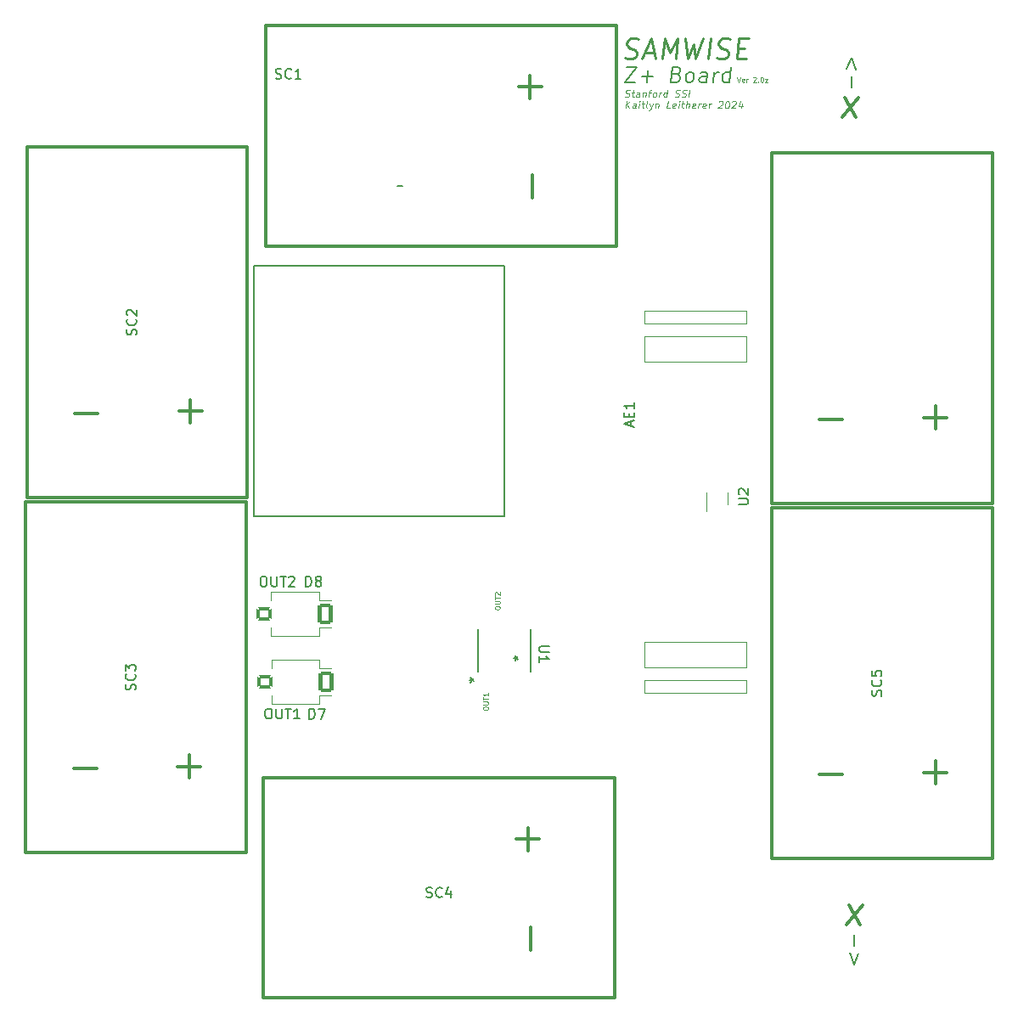
<source format=gto>
%TF.GenerationSoftware,KiCad,Pcbnew,7.0.10*%
%TF.CreationDate,2024-05-04T16:42:37-07:00*%
%TF.ProjectId,Z_Panels,5a5f5061-6e65-46c7-932e-6b696361645f,rev?*%
%TF.SameCoordinates,Original*%
%TF.FileFunction,Legend,Top*%
%TF.FilePolarity,Positive*%
%FSLAX46Y46*%
G04 Gerber Fmt 4.6, Leading zero omitted, Abs format (unit mm)*
G04 Created by KiCad (PCBNEW 7.0.10) date 2024-05-04 16:42:37*
%MOMM*%
%LPD*%
G01*
G04 APERTURE LIST*
G04 Aperture macros list*
%AMRoundRect*
0 Rectangle with rounded corners*
0 $1 Rounding radius*
0 $2 $3 $4 $5 $6 $7 $8 $9 X,Y pos of 4 corners*
0 Add a 4 corners polygon primitive as box body*
4,1,4,$2,$3,$4,$5,$6,$7,$8,$9,$2,$3,0*
0 Add four circle primitives for the rounded corners*
1,1,$1+$1,$2,$3*
1,1,$1+$1,$4,$5*
1,1,$1+$1,$6,$7*
1,1,$1+$1,$8,$9*
0 Add four rect primitives between the rounded corners*
20,1,$1+$1,$2,$3,$4,$5,0*
20,1,$1+$1,$4,$5,$6,$7,0*
20,1,$1+$1,$6,$7,$8,$9,0*
20,1,$1+$1,$8,$9,$2,$3,0*%
%AMFreePoly0*
4,1,5,2.000000,-5.500000,-2.000000,-5.500000,-2.000000,5.500000,2.000000,5.500000,2.000000,-5.500000,2.000000,-5.500000,$1*%
G04 Aperture macros list end*
%ADD10C,0.150000*%
%ADD11C,0.200000*%
%ADD12C,0.300000*%
%ADD13C,0.075000*%
%ADD14C,0.100000*%
%ADD15C,0.250000*%
%ADD16C,0.120000*%
%ADD17C,0.152400*%
%ADD18FreePoly0,90.000000*%
%ADD19R,11.000000X4.000000*%
%ADD20R,1.000000X4.000000*%
%ADD21C,3.000000*%
%ADD22C,2.600000*%
%ADD23C,3.800000*%
%ADD24R,0.533400X1.460500*%
%ADD25RoundRect,0.187500X-0.562500X-0.862500X0.562500X-0.862500X0.562500X0.862500X-0.562500X0.862500X0*%
%ADD26RoundRect,0.162500X-0.587500X-0.487500X0.587500X-0.487500X0.587500X0.487500X-0.587500X0.487500X0*%
%ADD27RoundRect,0.175000X-0.525000X-0.825000X0.525000X-0.825000X0.525000X0.825000X-0.525000X0.825000X0*%
%ADD28RoundRect,0.150000X-0.550000X-0.450000X0.550000X-0.450000X0.550000X0.450000X-0.550000X0.450000X0*%
%ADD29R,0.350000X1.000000*%
%ADD30C,2.050000*%
%ADD31C,2.250000*%
G04 APERTURE END LIST*
D10*
X171746000Y-56000000D02*
X172000000Y-56000000D01*
X171746000Y-56000000D02*
X171492000Y-56000000D01*
X157124013Y-63956531D02*
X182124013Y-63956531D01*
X182124013Y-88956531D01*
X157124013Y-88956531D01*
X157124013Y-63956531D01*
D11*
X216712100Y-46237500D02*
X216712100Y-45094643D01*
X216283528Y-44326785D02*
X216712100Y-43237500D01*
X216712100Y-43237500D02*
X217140671Y-44433928D01*
X216987900Y-130662499D02*
X216987900Y-131805357D01*
X217416471Y-132573214D02*
X216987900Y-133662500D01*
X216987900Y-133662500D02*
X216559328Y-132466071D01*
D12*
X216096428Y-47184638D02*
X217179761Y-49184638D01*
X217429761Y-47184638D02*
X215846428Y-49184638D01*
D13*
X181177409Y-98113095D02*
X181177409Y-98017857D01*
X181177409Y-98017857D02*
X181201219Y-97970238D01*
X181201219Y-97970238D02*
X181248838Y-97922619D01*
X181248838Y-97922619D02*
X181344076Y-97898809D01*
X181344076Y-97898809D02*
X181510742Y-97898809D01*
X181510742Y-97898809D02*
X181605980Y-97922619D01*
X181605980Y-97922619D02*
X181653600Y-97970238D01*
X181653600Y-97970238D02*
X181677409Y-98017857D01*
X181677409Y-98017857D02*
X181677409Y-98113095D01*
X181677409Y-98113095D02*
X181653600Y-98160714D01*
X181653600Y-98160714D02*
X181605980Y-98208333D01*
X181605980Y-98208333D02*
X181510742Y-98232142D01*
X181510742Y-98232142D02*
X181344076Y-98232142D01*
X181344076Y-98232142D02*
X181248838Y-98208333D01*
X181248838Y-98208333D02*
X181201219Y-98160714D01*
X181201219Y-98160714D02*
X181177409Y-98113095D01*
X181177409Y-97684523D02*
X181582171Y-97684523D01*
X181582171Y-97684523D02*
X181629790Y-97660713D01*
X181629790Y-97660713D02*
X181653600Y-97636904D01*
X181653600Y-97636904D02*
X181677409Y-97589285D01*
X181677409Y-97589285D02*
X181677409Y-97494047D01*
X181677409Y-97494047D02*
X181653600Y-97446428D01*
X181653600Y-97446428D02*
X181629790Y-97422618D01*
X181629790Y-97422618D02*
X181582171Y-97398809D01*
X181582171Y-97398809D02*
X181177409Y-97398809D01*
X181177409Y-97232141D02*
X181177409Y-96946427D01*
X181677409Y-97089284D02*
X181177409Y-97089284D01*
X181225028Y-96803570D02*
X181201219Y-96779761D01*
X181201219Y-96779761D02*
X181177409Y-96732142D01*
X181177409Y-96732142D02*
X181177409Y-96613094D01*
X181177409Y-96613094D02*
X181201219Y-96565475D01*
X181201219Y-96565475D02*
X181225028Y-96541666D01*
X181225028Y-96541666D02*
X181272647Y-96517856D01*
X181272647Y-96517856D02*
X181320266Y-96517856D01*
X181320266Y-96517856D02*
X181391695Y-96541666D01*
X181391695Y-96541666D02*
X181677409Y-96827380D01*
X181677409Y-96827380D02*
X181677409Y-96517856D01*
D14*
X194174122Y-47096800D02*
X194269955Y-47130133D01*
X194269955Y-47130133D02*
X194436622Y-47130133D01*
X194436622Y-47130133D02*
X194507455Y-47096800D01*
X194507455Y-47096800D02*
X194544955Y-47063466D01*
X194544955Y-47063466D02*
X194586622Y-46996800D01*
X194586622Y-46996800D02*
X194594955Y-46930133D01*
X194594955Y-46930133D02*
X194569955Y-46863466D01*
X194569955Y-46863466D02*
X194540789Y-46830133D01*
X194540789Y-46830133D02*
X194478289Y-46796800D01*
X194478289Y-46796800D02*
X194349122Y-46763466D01*
X194349122Y-46763466D02*
X194286622Y-46730133D01*
X194286622Y-46730133D02*
X194257455Y-46696800D01*
X194257455Y-46696800D02*
X194232455Y-46630133D01*
X194232455Y-46630133D02*
X194240789Y-46563466D01*
X194240789Y-46563466D02*
X194282455Y-46496800D01*
X194282455Y-46496800D02*
X194319955Y-46463466D01*
X194319955Y-46463466D02*
X194390789Y-46430133D01*
X194390789Y-46430133D02*
X194557455Y-46430133D01*
X194557455Y-46430133D02*
X194653289Y-46463466D01*
X194828289Y-46663466D02*
X195094956Y-46663466D01*
X194957456Y-46430133D02*
X194882456Y-47030133D01*
X194882456Y-47030133D02*
X194907456Y-47096800D01*
X194907456Y-47096800D02*
X194969956Y-47130133D01*
X194969956Y-47130133D02*
X195036622Y-47130133D01*
X195569956Y-47130133D02*
X195615789Y-46763466D01*
X195615789Y-46763466D02*
X195590789Y-46696800D01*
X195590789Y-46696800D02*
X195528289Y-46663466D01*
X195528289Y-46663466D02*
X195394956Y-46663466D01*
X195394956Y-46663466D02*
X195324122Y-46696800D01*
X195574122Y-47096800D02*
X195503289Y-47130133D01*
X195503289Y-47130133D02*
X195336622Y-47130133D01*
X195336622Y-47130133D02*
X195274122Y-47096800D01*
X195274122Y-47096800D02*
X195249122Y-47030133D01*
X195249122Y-47030133D02*
X195257456Y-46963466D01*
X195257456Y-46963466D02*
X195299122Y-46896800D01*
X195299122Y-46896800D02*
X195369956Y-46863466D01*
X195369956Y-46863466D02*
X195536622Y-46863466D01*
X195536622Y-46863466D02*
X195607456Y-46830133D01*
X195961622Y-46663466D02*
X195903289Y-47130133D01*
X195953289Y-46730133D02*
X195990789Y-46696800D01*
X195990789Y-46696800D02*
X196061622Y-46663466D01*
X196061622Y-46663466D02*
X196161622Y-46663466D01*
X196161622Y-46663466D02*
X196224122Y-46696800D01*
X196224122Y-46696800D02*
X196249122Y-46763466D01*
X196249122Y-46763466D02*
X196203289Y-47130133D01*
X196494955Y-46663466D02*
X196761622Y-46663466D01*
X196536622Y-47130133D02*
X196611622Y-46530133D01*
X196611622Y-46530133D02*
X196653288Y-46463466D01*
X196653288Y-46463466D02*
X196724122Y-46430133D01*
X196724122Y-46430133D02*
X196790788Y-46430133D01*
X197036622Y-47130133D02*
X196974122Y-47096800D01*
X196974122Y-47096800D02*
X196944955Y-47063466D01*
X196944955Y-47063466D02*
X196919955Y-46996800D01*
X196919955Y-46996800D02*
X196944955Y-46796800D01*
X196944955Y-46796800D02*
X196986622Y-46730133D01*
X196986622Y-46730133D02*
X197024122Y-46696800D01*
X197024122Y-46696800D02*
X197094955Y-46663466D01*
X197094955Y-46663466D02*
X197194955Y-46663466D01*
X197194955Y-46663466D02*
X197257455Y-46696800D01*
X197257455Y-46696800D02*
X197286622Y-46730133D01*
X197286622Y-46730133D02*
X197311622Y-46796800D01*
X197311622Y-46796800D02*
X197286622Y-46996800D01*
X197286622Y-46996800D02*
X197244955Y-47063466D01*
X197244955Y-47063466D02*
X197207455Y-47096800D01*
X197207455Y-47096800D02*
X197136622Y-47130133D01*
X197136622Y-47130133D02*
X197036622Y-47130133D01*
X197569955Y-47130133D02*
X197628288Y-46663466D01*
X197611621Y-46796800D02*
X197653288Y-46730133D01*
X197653288Y-46730133D02*
X197690788Y-46696800D01*
X197690788Y-46696800D02*
X197761621Y-46663466D01*
X197761621Y-46663466D02*
X197828288Y-46663466D01*
X198303288Y-47130133D02*
X198390788Y-46430133D01*
X198307454Y-47096800D02*
X198236621Y-47130133D01*
X198236621Y-47130133D02*
X198103288Y-47130133D01*
X198103288Y-47130133D02*
X198040788Y-47096800D01*
X198040788Y-47096800D02*
X198011621Y-47063466D01*
X198011621Y-47063466D02*
X197986621Y-46996800D01*
X197986621Y-46996800D02*
X198011621Y-46796800D01*
X198011621Y-46796800D02*
X198053288Y-46730133D01*
X198053288Y-46730133D02*
X198090788Y-46696800D01*
X198090788Y-46696800D02*
X198161621Y-46663466D01*
X198161621Y-46663466D02*
X198294954Y-46663466D01*
X198294954Y-46663466D02*
X198357454Y-46696800D01*
X199140787Y-47096800D02*
X199236620Y-47130133D01*
X199236620Y-47130133D02*
X199403287Y-47130133D01*
X199403287Y-47130133D02*
X199474120Y-47096800D01*
X199474120Y-47096800D02*
X199511620Y-47063466D01*
X199511620Y-47063466D02*
X199553287Y-46996800D01*
X199553287Y-46996800D02*
X199561620Y-46930133D01*
X199561620Y-46930133D02*
X199536620Y-46863466D01*
X199536620Y-46863466D02*
X199507454Y-46830133D01*
X199507454Y-46830133D02*
X199444954Y-46796800D01*
X199444954Y-46796800D02*
X199315787Y-46763466D01*
X199315787Y-46763466D02*
X199253287Y-46730133D01*
X199253287Y-46730133D02*
X199224120Y-46696800D01*
X199224120Y-46696800D02*
X199199120Y-46630133D01*
X199199120Y-46630133D02*
X199207454Y-46563466D01*
X199207454Y-46563466D02*
X199249120Y-46496800D01*
X199249120Y-46496800D02*
X199286620Y-46463466D01*
X199286620Y-46463466D02*
X199357454Y-46430133D01*
X199357454Y-46430133D02*
X199524120Y-46430133D01*
X199524120Y-46430133D02*
X199619954Y-46463466D01*
X199807454Y-47096800D02*
X199903287Y-47130133D01*
X199903287Y-47130133D02*
X200069954Y-47130133D01*
X200069954Y-47130133D02*
X200140787Y-47096800D01*
X200140787Y-47096800D02*
X200178287Y-47063466D01*
X200178287Y-47063466D02*
X200219954Y-46996800D01*
X200219954Y-46996800D02*
X200228287Y-46930133D01*
X200228287Y-46930133D02*
X200203287Y-46863466D01*
X200203287Y-46863466D02*
X200174121Y-46830133D01*
X200174121Y-46830133D02*
X200111621Y-46796800D01*
X200111621Y-46796800D02*
X199982454Y-46763466D01*
X199982454Y-46763466D02*
X199919954Y-46730133D01*
X199919954Y-46730133D02*
X199890787Y-46696800D01*
X199890787Y-46696800D02*
X199865787Y-46630133D01*
X199865787Y-46630133D02*
X199874121Y-46563466D01*
X199874121Y-46563466D02*
X199915787Y-46496800D01*
X199915787Y-46496800D02*
X199953287Y-46463466D01*
X199953287Y-46463466D02*
X200024121Y-46430133D01*
X200024121Y-46430133D02*
X200190787Y-46430133D01*
X200190787Y-46430133D02*
X200286621Y-46463466D01*
X200503288Y-47130133D02*
X200590788Y-46430133D01*
X194203289Y-48257133D02*
X194290789Y-47557133D01*
X194603289Y-48257133D02*
X194353289Y-47857133D01*
X194690789Y-47557133D02*
X194240789Y-47957133D01*
X195203289Y-48257133D02*
X195249122Y-47890466D01*
X195249122Y-47890466D02*
X195224122Y-47823800D01*
X195224122Y-47823800D02*
X195161622Y-47790466D01*
X195161622Y-47790466D02*
X195028289Y-47790466D01*
X195028289Y-47790466D02*
X194957455Y-47823800D01*
X195207455Y-48223800D02*
X195136622Y-48257133D01*
X195136622Y-48257133D02*
X194969955Y-48257133D01*
X194969955Y-48257133D02*
X194907455Y-48223800D01*
X194907455Y-48223800D02*
X194882455Y-48157133D01*
X194882455Y-48157133D02*
X194890789Y-48090466D01*
X194890789Y-48090466D02*
X194932455Y-48023800D01*
X194932455Y-48023800D02*
X195003289Y-47990466D01*
X195003289Y-47990466D02*
X195169955Y-47990466D01*
X195169955Y-47990466D02*
X195240789Y-47957133D01*
X195536622Y-48257133D02*
X195594955Y-47790466D01*
X195624122Y-47557133D02*
X195586622Y-47590466D01*
X195586622Y-47590466D02*
X195615788Y-47623800D01*
X195615788Y-47623800D02*
X195653288Y-47590466D01*
X195653288Y-47590466D02*
X195624122Y-47557133D01*
X195624122Y-47557133D02*
X195615788Y-47623800D01*
X195828288Y-47790466D02*
X196094955Y-47790466D01*
X195957455Y-47557133D02*
X195882455Y-48157133D01*
X195882455Y-48157133D02*
X195907455Y-48223800D01*
X195907455Y-48223800D02*
X195969955Y-48257133D01*
X195969955Y-48257133D02*
X196036621Y-48257133D01*
X196369955Y-48257133D02*
X196307455Y-48223800D01*
X196307455Y-48223800D02*
X196282455Y-48157133D01*
X196282455Y-48157133D02*
X196357455Y-47557133D01*
X196628288Y-47790466D02*
X196736622Y-48257133D01*
X196961622Y-47790466D02*
X196736622Y-48257133D01*
X196736622Y-48257133D02*
X196649122Y-48423800D01*
X196649122Y-48423800D02*
X196611622Y-48457133D01*
X196611622Y-48457133D02*
X196540788Y-48490466D01*
X197228288Y-47790466D02*
X197169955Y-48257133D01*
X197219955Y-47857133D02*
X197257455Y-47823800D01*
X197257455Y-47823800D02*
X197328288Y-47790466D01*
X197328288Y-47790466D02*
X197428288Y-47790466D01*
X197428288Y-47790466D02*
X197490788Y-47823800D01*
X197490788Y-47823800D02*
X197515788Y-47890466D01*
X197515788Y-47890466D02*
X197469955Y-48257133D01*
X198669954Y-48257133D02*
X198336621Y-48257133D01*
X198336621Y-48257133D02*
X198424121Y-47557133D01*
X199174121Y-48223800D02*
X199103288Y-48257133D01*
X199103288Y-48257133D02*
X198969954Y-48257133D01*
X198969954Y-48257133D02*
X198907454Y-48223800D01*
X198907454Y-48223800D02*
X198882454Y-48157133D01*
X198882454Y-48157133D02*
X198915788Y-47890466D01*
X198915788Y-47890466D02*
X198957454Y-47823800D01*
X198957454Y-47823800D02*
X199028288Y-47790466D01*
X199028288Y-47790466D02*
X199161621Y-47790466D01*
X199161621Y-47790466D02*
X199224121Y-47823800D01*
X199224121Y-47823800D02*
X199249121Y-47890466D01*
X199249121Y-47890466D02*
X199240788Y-47957133D01*
X199240788Y-47957133D02*
X198899121Y-48023800D01*
X199503288Y-48257133D02*
X199561621Y-47790466D01*
X199590788Y-47557133D02*
X199553288Y-47590466D01*
X199553288Y-47590466D02*
X199582454Y-47623800D01*
X199582454Y-47623800D02*
X199619954Y-47590466D01*
X199619954Y-47590466D02*
X199590788Y-47557133D01*
X199590788Y-47557133D02*
X199582454Y-47623800D01*
X199794954Y-47790466D02*
X200061621Y-47790466D01*
X199924121Y-47557133D02*
X199849121Y-48157133D01*
X199849121Y-48157133D02*
X199874121Y-48223800D01*
X199874121Y-48223800D02*
X199936621Y-48257133D01*
X199936621Y-48257133D02*
X200003287Y-48257133D01*
X200236621Y-48257133D02*
X200324121Y-47557133D01*
X200536621Y-48257133D02*
X200582454Y-47890466D01*
X200582454Y-47890466D02*
X200557454Y-47823800D01*
X200557454Y-47823800D02*
X200494954Y-47790466D01*
X200494954Y-47790466D02*
X200394954Y-47790466D01*
X200394954Y-47790466D02*
X200324121Y-47823800D01*
X200324121Y-47823800D02*
X200286621Y-47857133D01*
X201140787Y-48223800D02*
X201069954Y-48257133D01*
X201069954Y-48257133D02*
X200936620Y-48257133D01*
X200936620Y-48257133D02*
X200874120Y-48223800D01*
X200874120Y-48223800D02*
X200849120Y-48157133D01*
X200849120Y-48157133D02*
X200882454Y-47890466D01*
X200882454Y-47890466D02*
X200924120Y-47823800D01*
X200924120Y-47823800D02*
X200994954Y-47790466D01*
X200994954Y-47790466D02*
X201128287Y-47790466D01*
X201128287Y-47790466D02*
X201190787Y-47823800D01*
X201190787Y-47823800D02*
X201215787Y-47890466D01*
X201215787Y-47890466D02*
X201207454Y-47957133D01*
X201207454Y-47957133D02*
X200865787Y-48023800D01*
X201469954Y-48257133D02*
X201528287Y-47790466D01*
X201511620Y-47923800D02*
X201553287Y-47857133D01*
X201553287Y-47857133D02*
X201590787Y-47823800D01*
X201590787Y-47823800D02*
X201661620Y-47790466D01*
X201661620Y-47790466D02*
X201728287Y-47790466D01*
X202174120Y-48223800D02*
X202103287Y-48257133D01*
X202103287Y-48257133D02*
X201969953Y-48257133D01*
X201969953Y-48257133D02*
X201907453Y-48223800D01*
X201907453Y-48223800D02*
X201882453Y-48157133D01*
X201882453Y-48157133D02*
X201915787Y-47890466D01*
X201915787Y-47890466D02*
X201957453Y-47823800D01*
X201957453Y-47823800D02*
X202028287Y-47790466D01*
X202028287Y-47790466D02*
X202161620Y-47790466D01*
X202161620Y-47790466D02*
X202224120Y-47823800D01*
X202224120Y-47823800D02*
X202249120Y-47890466D01*
X202249120Y-47890466D02*
X202240787Y-47957133D01*
X202240787Y-47957133D02*
X201899120Y-48023800D01*
X202503287Y-48257133D02*
X202561620Y-47790466D01*
X202544953Y-47923800D02*
X202586620Y-47857133D01*
X202586620Y-47857133D02*
X202624120Y-47823800D01*
X202624120Y-47823800D02*
X202694953Y-47790466D01*
X202694953Y-47790466D02*
X202761620Y-47790466D01*
X203515786Y-47623800D02*
X203553286Y-47590466D01*
X203553286Y-47590466D02*
X203624119Y-47557133D01*
X203624119Y-47557133D02*
X203790786Y-47557133D01*
X203790786Y-47557133D02*
X203853286Y-47590466D01*
X203853286Y-47590466D02*
X203882453Y-47623800D01*
X203882453Y-47623800D02*
X203907453Y-47690466D01*
X203907453Y-47690466D02*
X203899119Y-47757133D01*
X203899119Y-47757133D02*
X203853286Y-47857133D01*
X203853286Y-47857133D02*
X203403286Y-48257133D01*
X203403286Y-48257133D02*
X203836619Y-48257133D01*
X204357453Y-47557133D02*
X204424120Y-47557133D01*
X204424120Y-47557133D02*
X204486620Y-47590466D01*
X204486620Y-47590466D02*
X204515786Y-47623800D01*
X204515786Y-47623800D02*
X204540786Y-47690466D01*
X204540786Y-47690466D02*
X204557453Y-47823800D01*
X204557453Y-47823800D02*
X204536620Y-47990466D01*
X204536620Y-47990466D02*
X204486620Y-48123800D01*
X204486620Y-48123800D02*
X204444953Y-48190466D01*
X204444953Y-48190466D02*
X204407453Y-48223800D01*
X204407453Y-48223800D02*
X204336620Y-48257133D01*
X204336620Y-48257133D02*
X204269953Y-48257133D01*
X204269953Y-48257133D02*
X204207453Y-48223800D01*
X204207453Y-48223800D02*
X204178286Y-48190466D01*
X204178286Y-48190466D02*
X204153286Y-48123800D01*
X204153286Y-48123800D02*
X204136620Y-47990466D01*
X204136620Y-47990466D02*
X204157453Y-47823800D01*
X204157453Y-47823800D02*
X204207453Y-47690466D01*
X204207453Y-47690466D02*
X204249120Y-47623800D01*
X204249120Y-47623800D02*
X204286620Y-47590466D01*
X204286620Y-47590466D02*
X204357453Y-47557133D01*
X204849120Y-47623800D02*
X204886620Y-47590466D01*
X204886620Y-47590466D02*
X204957453Y-47557133D01*
X204957453Y-47557133D02*
X205124120Y-47557133D01*
X205124120Y-47557133D02*
X205186620Y-47590466D01*
X205186620Y-47590466D02*
X205215787Y-47623800D01*
X205215787Y-47623800D02*
X205240787Y-47690466D01*
X205240787Y-47690466D02*
X205232453Y-47757133D01*
X205232453Y-47757133D02*
X205186620Y-47857133D01*
X205186620Y-47857133D02*
X204736620Y-48257133D01*
X204736620Y-48257133D02*
X205169953Y-48257133D01*
X205828287Y-47790466D02*
X205769954Y-48257133D01*
X205694954Y-47523800D02*
X205465787Y-48023800D01*
X205465787Y-48023800D02*
X205899120Y-48023800D01*
D11*
X194353572Y-44158528D02*
X195353572Y-44158528D01*
X195353572Y-44158528D02*
X194166072Y-45658528D01*
X194166072Y-45658528D02*
X195166072Y-45658528D01*
X195808928Y-45087100D02*
X196951786Y-45087100D01*
X196308928Y-45658528D02*
X196451786Y-44515671D01*
X199335714Y-44872814D02*
X199541071Y-44944242D01*
X199541071Y-44944242D02*
X199603571Y-45015671D01*
X199603571Y-45015671D02*
X199657143Y-45158528D01*
X199657143Y-45158528D02*
X199630357Y-45372814D01*
X199630357Y-45372814D02*
X199541071Y-45515671D01*
X199541071Y-45515671D02*
X199460714Y-45587100D01*
X199460714Y-45587100D02*
X199308928Y-45658528D01*
X199308928Y-45658528D02*
X198737500Y-45658528D01*
X198737500Y-45658528D02*
X198925000Y-44158528D01*
X198925000Y-44158528D02*
X199425000Y-44158528D01*
X199425000Y-44158528D02*
X199558928Y-44229957D01*
X199558928Y-44229957D02*
X199621428Y-44301385D01*
X199621428Y-44301385D02*
X199675000Y-44444242D01*
X199675000Y-44444242D02*
X199657143Y-44587100D01*
X199657143Y-44587100D02*
X199567857Y-44729957D01*
X199567857Y-44729957D02*
X199487500Y-44801385D01*
X199487500Y-44801385D02*
X199335714Y-44872814D01*
X199335714Y-44872814D02*
X198835714Y-44872814D01*
X200451786Y-45658528D02*
X200317857Y-45587100D01*
X200317857Y-45587100D02*
X200255357Y-45515671D01*
X200255357Y-45515671D02*
X200201786Y-45372814D01*
X200201786Y-45372814D02*
X200255357Y-44944242D01*
X200255357Y-44944242D02*
X200344643Y-44801385D01*
X200344643Y-44801385D02*
X200425000Y-44729957D01*
X200425000Y-44729957D02*
X200576786Y-44658528D01*
X200576786Y-44658528D02*
X200791071Y-44658528D01*
X200791071Y-44658528D02*
X200925000Y-44729957D01*
X200925000Y-44729957D02*
X200987500Y-44801385D01*
X200987500Y-44801385D02*
X201041071Y-44944242D01*
X201041071Y-44944242D02*
X200987500Y-45372814D01*
X200987500Y-45372814D02*
X200898214Y-45515671D01*
X200898214Y-45515671D02*
X200817857Y-45587100D01*
X200817857Y-45587100D02*
X200666071Y-45658528D01*
X200666071Y-45658528D02*
X200451786Y-45658528D01*
X202237500Y-45658528D02*
X202335714Y-44872814D01*
X202335714Y-44872814D02*
X202282143Y-44729957D01*
X202282143Y-44729957D02*
X202148214Y-44658528D01*
X202148214Y-44658528D02*
X201862500Y-44658528D01*
X201862500Y-44658528D02*
X201710714Y-44729957D01*
X202246429Y-45587100D02*
X202094643Y-45658528D01*
X202094643Y-45658528D02*
X201737500Y-45658528D01*
X201737500Y-45658528D02*
X201603571Y-45587100D01*
X201603571Y-45587100D02*
X201550000Y-45444242D01*
X201550000Y-45444242D02*
X201567857Y-45301385D01*
X201567857Y-45301385D02*
X201657143Y-45158528D01*
X201657143Y-45158528D02*
X201808929Y-45087100D01*
X201808929Y-45087100D02*
X202166071Y-45087100D01*
X202166071Y-45087100D02*
X202317857Y-45015671D01*
X202951786Y-45658528D02*
X203076786Y-44658528D01*
X203041072Y-44944242D02*
X203130357Y-44801385D01*
X203130357Y-44801385D02*
X203210714Y-44729957D01*
X203210714Y-44729957D02*
X203362500Y-44658528D01*
X203362500Y-44658528D02*
X203505357Y-44658528D01*
X204523214Y-45658528D02*
X204710714Y-44158528D01*
X204532143Y-45587100D02*
X204380357Y-45658528D01*
X204380357Y-45658528D02*
X204094643Y-45658528D01*
X204094643Y-45658528D02*
X203960714Y-45587100D01*
X203960714Y-45587100D02*
X203898214Y-45515671D01*
X203898214Y-45515671D02*
X203844643Y-45372814D01*
X203844643Y-45372814D02*
X203898214Y-44944242D01*
X203898214Y-44944242D02*
X203987500Y-44801385D01*
X203987500Y-44801385D02*
X204067857Y-44729957D01*
X204067857Y-44729957D02*
X204219643Y-44658528D01*
X204219643Y-44658528D02*
X204505357Y-44658528D01*
X204505357Y-44658528D02*
X204639285Y-44729957D01*
D12*
X217603571Y-129715361D02*
X216520238Y-127715361D01*
X216270238Y-129715361D02*
X217853571Y-127715361D01*
D13*
X180002409Y-108163095D02*
X180002409Y-108067857D01*
X180002409Y-108067857D02*
X180026219Y-108020238D01*
X180026219Y-108020238D02*
X180073838Y-107972619D01*
X180073838Y-107972619D02*
X180169076Y-107948809D01*
X180169076Y-107948809D02*
X180335742Y-107948809D01*
X180335742Y-107948809D02*
X180430980Y-107972619D01*
X180430980Y-107972619D02*
X180478600Y-108020238D01*
X180478600Y-108020238D02*
X180502409Y-108067857D01*
X180502409Y-108067857D02*
X180502409Y-108163095D01*
X180502409Y-108163095D02*
X180478600Y-108210714D01*
X180478600Y-108210714D02*
X180430980Y-108258333D01*
X180430980Y-108258333D02*
X180335742Y-108282142D01*
X180335742Y-108282142D02*
X180169076Y-108282142D01*
X180169076Y-108282142D02*
X180073838Y-108258333D01*
X180073838Y-108258333D02*
X180026219Y-108210714D01*
X180026219Y-108210714D02*
X180002409Y-108163095D01*
X180002409Y-107734523D02*
X180407171Y-107734523D01*
X180407171Y-107734523D02*
X180454790Y-107710713D01*
X180454790Y-107710713D02*
X180478600Y-107686904D01*
X180478600Y-107686904D02*
X180502409Y-107639285D01*
X180502409Y-107639285D02*
X180502409Y-107544047D01*
X180502409Y-107544047D02*
X180478600Y-107496428D01*
X180478600Y-107496428D02*
X180454790Y-107472618D01*
X180454790Y-107472618D02*
X180407171Y-107448809D01*
X180407171Y-107448809D02*
X180002409Y-107448809D01*
X180002409Y-107282141D02*
X180002409Y-106996427D01*
X180502409Y-107139284D02*
X180002409Y-107139284D01*
X180502409Y-106567856D02*
X180502409Y-106853570D01*
X180502409Y-106710713D02*
X180002409Y-106710713D01*
X180002409Y-106710713D02*
X180073838Y-106758332D01*
X180073838Y-106758332D02*
X180121457Y-106805951D01*
X180121457Y-106805951D02*
X180145266Y-106853570D01*
D15*
X194152381Y-43217000D02*
X194426190Y-43312238D01*
X194426190Y-43312238D02*
X194902381Y-43312238D01*
X194902381Y-43312238D02*
X195104762Y-43217000D01*
X195104762Y-43217000D02*
X195211905Y-43121761D01*
X195211905Y-43121761D02*
X195330952Y-42931285D01*
X195330952Y-42931285D02*
X195354762Y-42740809D01*
X195354762Y-42740809D02*
X195283333Y-42550333D01*
X195283333Y-42550333D02*
X195200000Y-42455095D01*
X195200000Y-42455095D02*
X195021429Y-42359857D01*
X195021429Y-42359857D02*
X194652381Y-42264619D01*
X194652381Y-42264619D02*
X194473809Y-42169380D01*
X194473809Y-42169380D02*
X194390476Y-42074142D01*
X194390476Y-42074142D02*
X194319048Y-41883666D01*
X194319048Y-41883666D02*
X194342857Y-41693190D01*
X194342857Y-41693190D02*
X194461905Y-41502714D01*
X194461905Y-41502714D02*
X194569048Y-41407476D01*
X194569048Y-41407476D02*
X194771429Y-41312238D01*
X194771429Y-41312238D02*
X195247619Y-41312238D01*
X195247619Y-41312238D02*
X195521429Y-41407476D01*
X196116667Y-42740809D02*
X197069048Y-42740809D01*
X195854762Y-43312238D02*
X196771429Y-41312238D01*
X196771429Y-41312238D02*
X197188095Y-43312238D01*
X197854762Y-43312238D02*
X198104762Y-41312238D01*
X198104762Y-41312238D02*
X198592857Y-42740809D01*
X198592857Y-42740809D02*
X199438096Y-41312238D01*
X199438096Y-41312238D02*
X199188096Y-43312238D01*
X200200000Y-41312238D02*
X200426191Y-43312238D01*
X200426191Y-43312238D02*
X200985714Y-41883666D01*
X200985714Y-41883666D02*
X201188095Y-43312238D01*
X201188095Y-43312238D02*
X201914286Y-41312238D01*
X202426190Y-43312238D02*
X202676190Y-41312238D01*
X203295238Y-43217000D02*
X203569047Y-43312238D01*
X203569047Y-43312238D02*
X204045238Y-43312238D01*
X204045238Y-43312238D02*
X204247619Y-43217000D01*
X204247619Y-43217000D02*
X204354762Y-43121761D01*
X204354762Y-43121761D02*
X204473809Y-42931285D01*
X204473809Y-42931285D02*
X204497619Y-42740809D01*
X204497619Y-42740809D02*
X204426190Y-42550333D01*
X204426190Y-42550333D02*
X204342857Y-42455095D01*
X204342857Y-42455095D02*
X204164286Y-42359857D01*
X204164286Y-42359857D02*
X203795238Y-42264619D01*
X203795238Y-42264619D02*
X203616666Y-42169380D01*
X203616666Y-42169380D02*
X203533333Y-42074142D01*
X203533333Y-42074142D02*
X203461905Y-41883666D01*
X203461905Y-41883666D02*
X203485714Y-41693190D01*
X203485714Y-41693190D02*
X203604762Y-41502714D01*
X203604762Y-41502714D02*
X203711905Y-41407476D01*
X203711905Y-41407476D02*
X203914286Y-41312238D01*
X203914286Y-41312238D02*
X204390476Y-41312238D01*
X204390476Y-41312238D02*
X204664286Y-41407476D01*
X205414286Y-42264619D02*
X206080952Y-42264619D01*
X206235714Y-43312238D02*
X205283333Y-43312238D01*
X205283333Y-43312238D02*
X205533333Y-41312238D01*
X205533333Y-41312238D02*
X206485714Y-41312238D01*
D10*
X158523809Y-108129819D02*
X158714285Y-108129819D01*
X158714285Y-108129819D02*
X158809523Y-108177438D01*
X158809523Y-108177438D02*
X158904761Y-108272676D01*
X158904761Y-108272676D02*
X158952380Y-108463152D01*
X158952380Y-108463152D02*
X158952380Y-108796485D01*
X158952380Y-108796485D02*
X158904761Y-108986961D01*
X158904761Y-108986961D02*
X158809523Y-109082200D01*
X158809523Y-109082200D02*
X158714285Y-109129819D01*
X158714285Y-109129819D02*
X158523809Y-109129819D01*
X158523809Y-109129819D02*
X158428571Y-109082200D01*
X158428571Y-109082200D02*
X158333333Y-108986961D01*
X158333333Y-108986961D02*
X158285714Y-108796485D01*
X158285714Y-108796485D02*
X158285714Y-108463152D01*
X158285714Y-108463152D02*
X158333333Y-108272676D01*
X158333333Y-108272676D02*
X158428571Y-108177438D01*
X158428571Y-108177438D02*
X158523809Y-108129819D01*
X159380952Y-108129819D02*
X159380952Y-108939342D01*
X159380952Y-108939342D02*
X159428571Y-109034580D01*
X159428571Y-109034580D02*
X159476190Y-109082200D01*
X159476190Y-109082200D02*
X159571428Y-109129819D01*
X159571428Y-109129819D02*
X159761904Y-109129819D01*
X159761904Y-109129819D02*
X159857142Y-109082200D01*
X159857142Y-109082200D02*
X159904761Y-109034580D01*
X159904761Y-109034580D02*
X159952380Y-108939342D01*
X159952380Y-108939342D02*
X159952380Y-108129819D01*
X160285714Y-108129819D02*
X160857142Y-108129819D01*
X160571428Y-109129819D02*
X160571428Y-108129819D01*
X161714285Y-109129819D02*
X161142857Y-109129819D01*
X161428571Y-109129819D02*
X161428571Y-108129819D01*
X161428571Y-108129819D02*
X161333333Y-108272676D01*
X161333333Y-108272676D02*
X161238095Y-108367914D01*
X161238095Y-108367914D02*
X161142857Y-108415533D01*
X158023809Y-94954819D02*
X158214285Y-94954819D01*
X158214285Y-94954819D02*
X158309523Y-95002438D01*
X158309523Y-95002438D02*
X158404761Y-95097676D01*
X158404761Y-95097676D02*
X158452380Y-95288152D01*
X158452380Y-95288152D02*
X158452380Y-95621485D01*
X158452380Y-95621485D02*
X158404761Y-95811961D01*
X158404761Y-95811961D02*
X158309523Y-95907200D01*
X158309523Y-95907200D02*
X158214285Y-95954819D01*
X158214285Y-95954819D02*
X158023809Y-95954819D01*
X158023809Y-95954819D02*
X157928571Y-95907200D01*
X157928571Y-95907200D02*
X157833333Y-95811961D01*
X157833333Y-95811961D02*
X157785714Y-95621485D01*
X157785714Y-95621485D02*
X157785714Y-95288152D01*
X157785714Y-95288152D02*
X157833333Y-95097676D01*
X157833333Y-95097676D02*
X157928571Y-95002438D01*
X157928571Y-95002438D02*
X158023809Y-94954819D01*
X158880952Y-94954819D02*
X158880952Y-95764342D01*
X158880952Y-95764342D02*
X158928571Y-95859580D01*
X158928571Y-95859580D02*
X158976190Y-95907200D01*
X158976190Y-95907200D02*
X159071428Y-95954819D01*
X159071428Y-95954819D02*
X159261904Y-95954819D01*
X159261904Y-95954819D02*
X159357142Y-95907200D01*
X159357142Y-95907200D02*
X159404761Y-95859580D01*
X159404761Y-95859580D02*
X159452380Y-95764342D01*
X159452380Y-95764342D02*
X159452380Y-94954819D01*
X159785714Y-94954819D02*
X160357142Y-94954819D01*
X160071428Y-95954819D02*
X160071428Y-94954819D01*
X160642857Y-95050057D02*
X160690476Y-95002438D01*
X160690476Y-95002438D02*
X160785714Y-94954819D01*
X160785714Y-94954819D02*
X161023809Y-94954819D01*
X161023809Y-94954819D02*
X161119047Y-95002438D01*
X161119047Y-95002438D02*
X161166666Y-95050057D01*
X161166666Y-95050057D02*
X161214285Y-95145295D01*
X161214285Y-95145295D02*
X161214285Y-95240533D01*
X161214285Y-95240533D02*
X161166666Y-95383390D01*
X161166666Y-95383390D02*
X160595238Y-95954819D01*
X160595238Y-95954819D02*
X161214285Y-95954819D01*
D14*
X205351192Y-45151109D02*
X205517858Y-45651109D01*
X205517858Y-45651109D02*
X205684525Y-45151109D01*
X206041667Y-45627300D02*
X205994048Y-45651109D01*
X205994048Y-45651109D02*
X205898810Y-45651109D01*
X205898810Y-45651109D02*
X205851191Y-45627300D01*
X205851191Y-45627300D02*
X205827382Y-45579680D01*
X205827382Y-45579680D02*
X205827382Y-45389204D01*
X205827382Y-45389204D02*
X205851191Y-45341585D01*
X205851191Y-45341585D02*
X205898810Y-45317776D01*
X205898810Y-45317776D02*
X205994048Y-45317776D01*
X205994048Y-45317776D02*
X206041667Y-45341585D01*
X206041667Y-45341585D02*
X206065477Y-45389204D01*
X206065477Y-45389204D02*
X206065477Y-45436823D01*
X206065477Y-45436823D02*
X205827382Y-45484442D01*
X206279762Y-45651109D02*
X206279762Y-45317776D01*
X206279762Y-45413014D02*
X206303572Y-45365395D01*
X206303572Y-45365395D02*
X206327381Y-45341585D01*
X206327381Y-45341585D02*
X206375000Y-45317776D01*
X206375000Y-45317776D02*
X206422619Y-45317776D01*
X206946429Y-45198728D02*
X206970238Y-45174919D01*
X206970238Y-45174919D02*
X207017857Y-45151109D01*
X207017857Y-45151109D02*
X207136905Y-45151109D01*
X207136905Y-45151109D02*
X207184524Y-45174919D01*
X207184524Y-45174919D02*
X207208333Y-45198728D01*
X207208333Y-45198728D02*
X207232143Y-45246347D01*
X207232143Y-45246347D02*
X207232143Y-45293966D01*
X207232143Y-45293966D02*
X207208333Y-45365395D01*
X207208333Y-45365395D02*
X206922619Y-45651109D01*
X206922619Y-45651109D02*
X207232143Y-45651109D01*
X207446428Y-45603490D02*
X207470238Y-45627300D01*
X207470238Y-45627300D02*
X207446428Y-45651109D01*
X207446428Y-45651109D02*
X207422619Y-45627300D01*
X207422619Y-45627300D02*
X207446428Y-45603490D01*
X207446428Y-45603490D02*
X207446428Y-45651109D01*
X207779761Y-45151109D02*
X207827380Y-45151109D01*
X207827380Y-45151109D02*
X207874999Y-45174919D01*
X207874999Y-45174919D02*
X207898809Y-45198728D01*
X207898809Y-45198728D02*
X207922618Y-45246347D01*
X207922618Y-45246347D02*
X207946428Y-45341585D01*
X207946428Y-45341585D02*
X207946428Y-45460633D01*
X207946428Y-45460633D02*
X207922618Y-45555871D01*
X207922618Y-45555871D02*
X207898809Y-45603490D01*
X207898809Y-45603490D02*
X207874999Y-45627300D01*
X207874999Y-45627300D02*
X207827380Y-45651109D01*
X207827380Y-45651109D02*
X207779761Y-45651109D01*
X207779761Y-45651109D02*
X207732142Y-45627300D01*
X207732142Y-45627300D02*
X207708333Y-45603490D01*
X207708333Y-45603490D02*
X207684523Y-45555871D01*
X207684523Y-45555871D02*
X207660714Y-45460633D01*
X207660714Y-45460633D02*
X207660714Y-45341585D01*
X207660714Y-45341585D02*
X207684523Y-45246347D01*
X207684523Y-45246347D02*
X207708333Y-45198728D01*
X207708333Y-45198728D02*
X207732142Y-45174919D01*
X207732142Y-45174919D02*
X207779761Y-45151109D01*
X208113094Y-45317776D02*
X208374999Y-45317776D01*
X208374999Y-45317776D02*
X208113094Y-45651109D01*
X208113094Y-45651109D02*
X208374999Y-45651109D01*
D10*
X194769104Y-79966666D02*
X194769104Y-79490476D01*
X195054819Y-80061904D02*
X194054819Y-79728571D01*
X194054819Y-79728571D02*
X195054819Y-79395238D01*
X194531009Y-79061904D02*
X194531009Y-78728571D01*
X195054819Y-78585714D02*
X195054819Y-79061904D01*
X195054819Y-79061904D02*
X194054819Y-79061904D01*
X194054819Y-79061904D02*
X194054819Y-78585714D01*
X195054819Y-77633333D02*
X195054819Y-78204761D01*
X195054819Y-77919047D02*
X194054819Y-77919047D01*
X194054819Y-77919047D02*
X194197676Y-78014285D01*
X194197676Y-78014285D02*
X194292914Y-78109523D01*
X194292914Y-78109523D02*
X194340533Y-78204761D01*
X145407200Y-70861904D02*
X145454819Y-70719047D01*
X145454819Y-70719047D02*
X145454819Y-70480952D01*
X145454819Y-70480952D02*
X145407200Y-70385714D01*
X145407200Y-70385714D02*
X145359580Y-70338095D01*
X145359580Y-70338095D02*
X145264342Y-70290476D01*
X145264342Y-70290476D02*
X145169104Y-70290476D01*
X145169104Y-70290476D02*
X145073866Y-70338095D01*
X145073866Y-70338095D02*
X145026247Y-70385714D01*
X145026247Y-70385714D02*
X144978628Y-70480952D01*
X144978628Y-70480952D02*
X144931009Y-70671428D01*
X144931009Y-70671428D02*
X144883390Y-70766666D01*
X144883390Y-70766666D02*
X144835771Y-70814285D01*
X144835771Y-70814285D02*
X144740533Y-70861904D01*
X144740533Y-70861904D02*
X144645295Y-70861904D01*
X144645295Y-70861904D02*
X144550057Y-70814285D01*
X144550057Y-70814285D02*
X144502438Y-70766666D01*
X144502438Y-70766666D02*
X144454819Y-70671428D01*
X144454819Y-70671428D02*
X144454819Y-70433333D01*
X144454819Y-70433333D02*
X144502438Y-70290476D01*
X145359580Y-69290476D02*
X145407200Y-69338095D01*
X145407200Y-69338095D02*
X145454819Y-69480952D01*
X145454819Y-69480952D02*
X145454819Y-69576190D01*
X145454819Y-69576190D02*
X145407200Y-69719047D01*
X145407200Y-69719047D02*
X145311961Y-69814285D01*
X145311961Y-69814285D02*
X145216723Y-69861904D01*
X145216723Y-69861904D02*
X145026247Y-69909523D01*
X145026247Y-69909523D02*
X144883390Y-69909523D01*
X144883390Y-69909523D02*
X144692914Y-69861904D01*
X144692914Y-69861904D02*
X144597676Y-69814285D01*
X144597676Y-69814285D02*
X144502438Y-69719047D01*
X144502438Y-69719047D02*
X144454819Y-69576190D01*
X144454819Y-69576190D02*
X144454819Y-69480952D01*
X144454819Y-69480952D02*
X144502438Y-69338095D01*
X144502438Y-69338095D02*
X144550057Y-69290476D01*
X144550057Y-68909523D02*
X144502438Y-68861904D01*
X144502438Y-68861904D02*
X144454819Y-68766666D01*
X144454819Y-68766666D02*
X144454819Y-68528571D01*
X144454819Y-68528571D02*
X144502438Y-68433333D01*
X144502438Y-68433333D02*
X144550057Y-68385714D01*
X144550057Y-68385714D02*
X144645295Y-68338095D01*
X144645295Y-68338095D02*
X144740533Y-68338095D01*
X144740533Y-68338095D02*
X144883390Y-68385714D01*
X144883390Y-68385714D02*
X145454819Y-68957142D01*
X145454819Y-68957142D02*
X145454819Y-68338095D01*
D12*
X139277142Y-78719400D02*
X141562857Y-78719400D01*
X150809400Y-79632857D02*
X150809400Y-77347143D01*
X151952257Y-78490000D02*
X149666542Y-78490000D01*
D10*
X186600180Y-101911395D02*
X185790657Y-101911395D01*
X185790657Y-101911395D02*
X185695419Y-101959014D01*
X185695419Y-101959014D02*
X185647800Y-102006633D01*
X185647800Y-102006633D02*
X185600180Y-102101871D01*
X185600180Y-102101871D02*
X185600180Y-102292347D01*
X185600180Y-102292347D02*
X185647800Y-102387585D01*
X185647800Y-102387585D02*
X185695419Y-102435204D01*
X185695419Y-102435204D02*
X185790657Y-102482823D01*
X185790657Y-102482823D02*
X186600180Y-102482823D01*
X185600180Y-103482823D02*
X185600180Y-102911395D01*
X185600180Y-103197109D02*
X186600180Y-103197109D01*
X186600180Y-103197109D02*
X186457323Y-103101871D01*
X186457323Y-103101871D02*
X186362085Y-103006633D01*
X186362085Y-103006633D02*
X186314466Y-102911395D01*
X183079819Y-103099999D02*
X183317914Y-103099999D01*
X183222676Y-103338094D02*
X183317914Y-103099999D01*
X183317914Y-103099999D02*
X183222676Y-102861904D01*
X183508390Y-103242856D02*
X183317914Y-103099999D01*
X183317914Y-103099999D02*
X183508390Y-102957142D01*
X178629819Y-105274999D02*
X178867914Y-105274999D01*
X178772676Y-105513094D02*
X178867914Y-105274999D01*
X178867914Y-105274999D02*
X178772676Y-105036904D01*
X179058390Y-105417856D02*
X178867914Y-105274999D01*
X178867914Y-105274999D02*
X179058390Y-105132142D01*
X174338095Y-126907200D02*
X174480952Y-126954819D01*
X174480952Y-126954819D02*
X174719047Y-126954819D01*
X174719047Y-126954819D02*
X174814285Y-126907200D01*
X174814285Y-126907200D02*
X174861904Y-126859580D01*
X174861904Y-126859580D02*
X174909523Y-126764342D01*
X174909523Y-126764342D02*
X174909523Y-126669104D01*
X174909523Y-126669104D02*
X174861904Y-126573866D01*
X174861904Y-126573866D02*
X174814285Y-126526247D01*
X174814285Y-126526247D02*
X174719047Y-126478628D01*
X174719047Y-126478628D02*
X174528571Y-126431009D01*
X174528571Y-126431009D02*
X174433333Y-126383390D01*
X174433333Y-126383390D02*
X174385714Y-126335771D01*
X174385714Y-126335771D02*
X174338095Y-126240533D01*
X174338095Y-126240533D02*
X174338095Y-126145295D01*
X174338095Y-126145295D02*
X174385714Y-126050057D01*
X174385714Y-126050057D02*
X174433333Y-126002438D01*
X174433333Y-126002438D02*
X174528571Y-125954819D01*
X174528571Y-125954819D02*
X174766666Y-125954819D01*
X174766666Y-125954819D02*
X174909523Y-126002438D01*
X175909523Y-126859580D02*
X175861904Y-126907200D01*
X175861904Y-126907200D02*
X175719047Y-126954819D01*
X175719047Y-126954819D02*
X175623809Y-126954819D01*
X175623809Y-126954819D02*
X175480952Y-126907200D01*
X175480952Y-126907200D02*
X175385714Y-126811961D01*
X175385714Y-126811961D02*
X175338095Y-126716723D01*
X175338095Y-126716723D02*
X175290476Y-126526247D01*
X175290476Y-126526247D02*
X175290476Y-126383390D01*
X175290476Y-126383390D02*
X175338095Y-126192914D01*
X175338095Y-126192914D02*
X175385714Y-126097676D01*
X175385714Y-126097676D02*
X175480952Y-126002438D01*
X175480952Y-126002438D02*
X175623809Y-125954819D01*
X175623809Y-125954819D02*
X175719047Y-125954819D01*
X175719047Y-125954819D02*
X175861904Y-126002438D01*
X175861904Y-126002438D02*
X175909523Y-126050057D01*
X176766666Y-126288152D02*
X176766666Y-126954819D01*
X176528571Y-125907200D02*
X176290476Y-126621485D01*
X176290476Y-126621485D02*
X176909523Y-126621485D01*
D12*
X184719400Y-132222857D02*
X184719400Y-129937143D01*
X183347142Y-121149400D02*
X185632857Y-121149400D01*
X184489999Y-122292257D02*
X184489999Y-120006542D01*
D10*
X162661905Y-109154819D02*
X162661905Y-108154819D01*
X162661905Y-108154819D02*
X162900000Y-108154819D01*
X162900000Y-108154819D02*
X163042857Y-108202438D01*
X163042857Y-108202438D02*
X163138095Y-108297676D01*
X163138095Y-108297676D02*
X163185714Y-108392914D01*
X163185714Y-108392914D02*
X163233333Y-108583390D01*
X163233333Y-108583390D02*
X163233333Y-108726247D01*
X163233333Y-108726247D02*
X163185714Y-108916723D01*
X163185714Y-108916723D02*
X163138095Y-109011961D01*
X163138095Y-109011961D02*
X163042857Y-109107200D01*
X163042857Y-109107200D02*
X162900000Y-109154819D01*
X162900000Y-109154819D02*
X162661905Y-109154819D01*
X163566667Y-108154819D02*
X164233333Y-108154819D01*
X164233333Y-108154819D02*
X163804762Y-109154819D01*
X159318095Y-45279200D02*
X159460952Y-45326819D01*
X159460952Y-45326819D02*
X159699047Y-45326819D01*
X159699047Y-45326819D02*
X159794285Y-45279200D01*
X159794285Y-45279200D02*
X159841904Y-45231580D01*
X159841904Y-45231580D02*
X159889523Y-45136342D01*
X159889523Y-45136342D02*
X159889523Y-45041104D01*
X159889523Y-45041104D02*
X159841904Y-44945866D01*
X159841904Y-44945866D02*
X159794285Y-44898247D01*
X159794285Y-44898247D02*
X159699047Y-44850628D01*
X159699047Y-44850628D02*
X159508571Y-44803009D01*
X159508571Y-44803009D02*
X159413333Y-44755390D01*
X159413333Y-44755390D02*
X159365714Y-44707771D01*
X159365714Y-44707771D02*
X159318095Y-44612533D01*
X159318095Y-44612533D02*
X159318095Y-44517295D01*
X159318095Y-44517295D02*
X159365714Y-44422057D01*
X159365714Y-44422057D02*
X159413333Y-44374438D01*
X159413333Y-44374438D02*
X159508571Y-44326819D01*
X159508571Y-44326819D02*
X159746666Y-44326819D01*
X159746666Y-44326819D02*
X159889523Y-44374438D01*
X160889523Y-45231580D02*
X160841904Y-45279200D01*
X160841904Y-45279200D02*
X160699047Y-45326819D01*
X160699047Y-45326819D02*
X160603809Y-45326819D01*
X160603809Y-45326819D02*
X160460952Y-45279200D01*
X160460952Y-45279200D02*
X160365714Y-45183961D01*
X160365714Y-45183961D02*
X160318095Y-45088723D01*
X160318095Y-45088723D02*
X160270476Y-44898247D01*
X160270476Y-44898247D02*
X160270476Y-44755390D01*
X160270476Y-44755390D02*
X160318095Y-44564914D01*
X160318095Y-44564914D02*
X160365714Y-44469676D01*
X160365714Y-44469676D02*
X160460952Y-44374438D01*
X160460952Y-44374438D02*
X160603809Y-44326819D01*
X160603809Y-44326819D02*
X160699047Y-44326819D01*
X160699047Y-44326819D02*
X160841904Y-44374438D01*
X160841904Y-44374438D02*
X160889523Y-44422057D01*
X161841904Y-45326819D02*
X161270476Y-45326819D01*
X161556190Y-45326819D02*
X161556190Y-44326819D01*
X161556190Y-44326819D02*
X161460952Y-44469676D01*
X161460952Y-44469676D02*
X161365714Y-44564914D01*
X161365714Y-44564914D02*
X161270476Y-44612533D01*
D12*
X184919400Y-57222857D02*
X184919400Y-54937143D01*
X183547142Y-46149400D02*
X185832857Y-46149400D01*
X184689999Y-47292257D02*
X184689999Y-45006542D01*
X213577142Y-79319400D02*
X215862857Y-79319400D01*
X225109400Y-80232857D02*
X225109400Y-77947143D01*
X226252257Y-79090000D02*
X223966542Y-79090000D01*
D10*
X145307200Y-106261904D02*
X145354819Y-106119047D01*
X145354819Y-106119047D02*
X145354819Y-105880952D01*
X145354819Y-105880952D02*
X145307200Y-105785714D01*
X145307200Y-105785714D02*
X145259580Y-105738095D01*
X145259580Y-105738095D02*
X145164342Y-105690476D01*
X145164342Y-105690476D02*
X145069104Y-105690476D01*
X145069104Y-105690476D02*
X144973866Y-105738095D01*
X144973866Y-105738095D02*
X144926247Y-105785714D01*
X144926247Y-105785714D02*
X144878628Y-105880952D01*
X144878628Y-105880952D02*
X144831009Y-106071428D01*
X144831009Y-106071428D02*
X144783390Y-106166666D01*
X144783390Y-106166666D02*
X144735771Y-106214285D01*
X144735771Y-106214285D02*
X144640533Y-106261904D01*
X144640533Y-106261904D02*
X144545295Y-106261904D01*
X144545295Y-106261904D02*
X144450057Y-106214285D01*
X144450057Y-106214285D02*
X144402438Y-106166666D01*
X144402438Y-106166666D02*
X144354819Y-106071428D01*
X144354819Y-106071428D02*
X144354819Y-105833333D01*
X144354819Y-105833333D02*
X144402438Y-105690476D01*
X145259580Y-104690476D02*
X145307200Y-104738095D01*
X145307200Y-104738095D02*
X145354819Y-104880952D01*
X145354819Y-104880952D02*
X145354819Y-104976190D01*
X145354819Y-104976190D02*
X145307200Y-105119047D01*
X145307200Y-105119047D02*
X145211961Y-105214285D01*
X145211961Y-105214285D02*
X145116723Y-105261904D01*
X145116723Y-105261904D02*
X144926247Y-105309523D01*
X144926247Y-105309523D02*
X144783390Y-105309523D01*
X144783390Y-105309523D02*
X144592914Y-105261904D01*
X144592914Y-105261904D02*
X144497676Y-105214285D01*
X144497676Y-105214285D02*
X144402438Y-105119047D01*
X144402438Y-105119047D02*
X144354819Y-104976190D01*
X144354819Y-104976190D02*
X144354819Y-104880952D01*
X144354819Y-104880952D02*
X144402438Y-104738095D01*
X144402438Y-104738095D02*
X144450057Y-104690476D01*
X144354819Y-104357142D02*
X144354819Y-103738095D01*
X144354819Y-103738095D02*
X144735771Y-104071428D01*
X144735771Y-104071428D02*
X144735771Y-103928571D01*
X144735771Y-103928571D02*
X144783390Y-103833333D01*
X144783390Y-103833333D02*
X144831009Y-103785714D01*
X144831009Y-103785714D02*
X144926247Y-103738095D01*
X144926247Y-103738095D02*
X145164342Y-103738095D01*
X145164342Y-103738095D02*
X145259580Y-103785714D01*
X145259580Y-103785714D02*
X145307200Y-103833333D01*
X145307200Y-103833333D02*
X145354819Y-103928571D01*
X145354819Y-103928571D02*
X145354819Y-104214285D01*
X145354819Y-104214285D02*
X145307200Y-104309523D01*
X145307200Y-104309523D02*
X145259580Y-104357142D01*
D12*
X139177142Y-114119400D02*
X141462857Y-114119400D01*
X150709400Y-115032857D02*
X150709400Y-112747143D01*
X151852257Y-113890000D02*
X149566542Y-113890000D01*
D10*
X162336905Y-95954819D02*
X162336905Y-94954819D01*
X162336905Y-94954819D02*
X162575000Y-94954819D01*
X162575000Y-94954819D02*
X162717857Y-95002438D01*
X162717857Y-95002438D02*
X162813095Y-95097676D01*
X162813095Y-95097676D02*
X162860714Y-95192914D01*
X162860714Y-95192914D02*
X162908333Y-95383390D01*
X162908333Y-95383390D02*
X162908333Y-95526247D01*
X162908333Y-95526247D02*
X162860714Y-95716723D01*
X162860714Y-95716723D02*
X162813095Y-95811961D01*
X162813095Y-95811961D02*
X162717857Y-95907200D01*
X162717857Y-95907200D02*
X162575000Y-95954819D01*
X162575000Y-95954819D02*
X162336905Y-95954819D01*
X163479762Y-95383390D02*
X163384524Y-95335771D01*
X163384524Y-95335771D02*
X163336905Y-95288152D01*
X163336905Y-95288152D02*
X163289286Y-95192914D01*
X163289286Y-95192914D02*
X163289286Y-95145295D01*
X163289286Y-95145295D02*
X163336905Y-95050057D01*
X163336905Y-95050057D02*
X163384524Y-95002438D01*
X163384524Y-95002438D02*
X163479762Y-94954819D01*
X163479762Y-94954819D02*
X163670238Y-94954819D01*
X163670238Y-94954819D02*
X163765476Y-95002438D01*
X163765476Y-95002438D02*
X163813095Y-95050057D01*
X163813095Y-95050057D02*
X163860714Y-95145295D01*
X163860714Y-95145295D02*
X163860714Y-95192914D01*
X163860714Y-95192914D02*
X163813095Y-95288152D01*
X163813095Y-95288152D02*
X163765476Y-95335771D01*
X163765476Y-95335771D02*
X163670238Y-95383390D01*
X163670238Y-95383390D02*
X163479762Y-95383390D01*
X163479762Y-95383390D02*
X163384524Y-95431009D01*
X163384524Y-95431009D02*
X163336905Y-95478628D01*
X163336905Y-95478628D02*
X163289286Y-95573866D01*
X163289286Y-95573866D02*
X163289286Y-95764342D01*
X163289286Y-95764342D02*
X163336905Y-95859580D01*
X163336905Y-95859580D02*
X163384524Y-95907200D01*
X163384524Y-95907200D02*
X163479762Y-95954819D01*
X163479762Y-95954819D02*
X163670238Y-95954819D01*
X163670238Y-95954819D02*
X163765476Y-95907200D01*
X163765476Y-95907200D02*
X163813095Y-95859580D01*
X163813095Y-95859580D02*
X163860714Y-95764342D01*
X163860714Y-95764342D02*
X163860714Y-95573866D01*
X163860714Y-95573866D02*
X163813095Y-95478628D01*
X163813095Y-95478628D02*
X163765476Y-95431009D01*
X163765476Y-95431009D02*
X163670238Y-95383390D01*
X219707200Y-106861904D02*
X219754819Y-106719047D01*
X219754819Y-106719047D02*
X219754819Y-106480952D01*
X219754819Y-106480952D02*
X219707200Y-106385714D01*
X219707200Y-106385714D02*
X219659580Y-106338095D01*
X219659580Y-106338095D02*
X219564342Y-106290476D01*
X219564342Y-106290476D02*
X219469104Y-106290476D01*
X219469104Y-106290476D02*
X219373866Y-106338095D01*
X219373866Y-106338095D02*
X219326247Y-106385714D01*
X219326247Y-106385714D02*
X219278628Y-106480952D01*
X219278628Y-106480952D02*
X219231009Y-106671428D01*
X219231009Y-106671428D02*
X219183390Y-106766666D01*
X219183390Y-106766666D02*
X219135771Y-106814285D01*
X219135771Y-106814285D02*
X219040533Y-106861904D01*
X219040533Y-106861904D02*
X218945295Y-106861904D01*
X218945295Y-106861904D02*
X218850057Y-106814285D01*
X218850057Y-106814285D02*
X218802438Y-106766666D01*
X218802438Y-106766666D02*
X218754819Y-106671428D01*
X218754819Y-106671428D02*
X218754819Y-106433333D01*
X218754819Y-106433333D02*
X218802438Y-106290476D01*
X219659580Y-105290476D02*
X219707200Y-105338095D01*
X219707200Y-105338095D02*
X219754819Y-105480952D01*
X219754819Y-105480952D02*
X219754819Y-105576190D01*
X219754819Y-105576190D02*
X219707200Y-105719047D01*
X219707200Y-105719047D02*
X219611961Y-105814285D01*
X219611961Y-105814285D02*
X219516723Y-105861904D01*
X219516723Y-105861904D02*
X219326247Y-105909523D01*
X219326247Y-105909523D02*
X219183390Y-105909523D01*
X219183390Y-105909523D02*
X218992914Y-105861904D01*
X218992914Y-105861904D02*
X218897676Y-105814285D01*
X218897676Y-105814285D02*
X218802438Y-105719047D01*
X218802438Y-105719047D02*
X218754819Y-105576190D01*
X218754819Y-105576190D02*
X218754819Y-105480952D01*
X218754819Y-105480952D02*
X218802438Y-105338095D01*
X218802438Y-105338095D02*
X218850057Y-105290476D01*
X218754819Y-104385714D02*
X218754819Y-104861904D01*
X218754819Y-104861904D02*
X219231009Y-104909523D01*
X219231009Y-104909523D02*
X219183390Y-104861904D01*
X219183390Y-104861904D02*
X219135771Y-104766666D01*
X219135771Y-104766666D02*
X219135771Y-104528571D01*
X219135771Y-104528571D02*
X219183390Y-104433333D01*
X219183390Y-104433333D02*
X219231009Y-104385714D01*
X219231009Y-104385714D02*
X219326247Y-104338095D01*
X219326247Y-104338095D02*
X219564342Y-104338095D01*
X219564342Y-104338095D02*
X219659580Y-104385714D01*
X219659580Y-104385714D02*
X219707200Y-104433333D01*
X219707200Y-104433333D02*
X219754819Y-104528571D01*
X219754819Y-104528571D02*
X219754819Y-104766666D01*
X219754819Y-104766666D02*
X219707200Y-104861904D01*
X219707200Y-104861904D02*
X219659580Y-104909523D01*
D12*
X213577142Y-114719400D02*
X215862857Y-114719400D01*
X225109400Y-115632857D02*
X225109400Y-113347143D01*
X226252257Y-114490000D02*
X223966542Y-114490000D01*
D10*
X205454819Y-87761904D02*
X206264342Y-87761904D01*
X206264342Y-87761904D02*
X206359580Y-87714285D01*
X206359580Y-87714285D02*
X206407200Y-87666666D01*
X206407200Y-87666666D02*
X206454819Y-87571428D01*
X206454819Y-87571428D02*
X206454819Y-87380952D01*
X206454819Y-87380952D02*
X206407200Y-87285714D01*
X206407200Y-87285714D02*
X206359580Y-87238095D01*
X206359580Y-87238095D02*
X206264342Y-87190476D01*
X206264342Y-87190476D02*
X205454819Y-87190476D01*
X205550057Y-86761904D02*
X205502438Y-86714285D01*
X205502438Y-86714285D02*
X205454819Y-86619047D01*
X205454819Y-86619047D02*
X205454819Y-86380952D01*
X205454819Y-86380952D02*
X205502438Y-86285714D01*
X205502438Y-86285714D02*
X205550057Y-86238095D01*
X205550057Y-86238095D02*
X205645295Y-86190476D01*
X205645295Y-86190476D02*
X205740533Y-86190476D01*
X205740533Y-86190476D02*
X205883390Y-86238095D01*
X205883390Y-86238095D02*
X206454819Y-86809523D01*
X206454819Y-86809523D02*
X206454819Y-86190476D01*
D16*
X196090000Y-106590000D02*
X206250000Y-106590000D01*
X206250000Y-106590000D02*
X206250000Y-105320000D01*
X196090000Y-105320000D02*
X196090000Y-106590000D01*
X206250000Y-105320000D02*
X196090000Y-105320000D01*
X196090000Y-104050000D02*
X206250000Y-104050000D01*
X206250000Y-104050000D02*
X206250000Y-101510000D01*
X196090000Y-101510000D02*
X196090000Y-104050000D01*
X196090000Y-101510000D02*
X206250000Y-101510000D01*
X196090000Y-73570000D02*
X206250000Y-73570000D01*
X206250000Y-73570000D02*
X206250000Y-71030000D01*
X196090000Y-71030000D02*
X196090000Y-73570000D01*
X206250000Y-71030000D02*
X196090000Y-71030000D01*
X196090000Y-69760000D02*
X206250000Y-69760000D01*
X206250000Y-69760000D02*
X206250000Y-68490000D01*
X196090000Y-68490000D02*
X196090000Y-69760000D01*
X196090000Y-68490000D02*
X206250000Y-68490000D01*
D12*
X156500000Y-52100000D02*
X156500000Y-87100000D01*
X134500000Y-52100000D02*
X156500000Y-52100000D01*
X156500000Y-87100000D02*
X134500000Y-87100000D01*
X134500000Y-87100000D02*
X134500000Y-52100000D01*
D17*
X184748900Y-104420050D02*
X184748900Y-100178250D01*
X179491100Y-100178250D02*
X179491100Y-104420050D01*
D12*
X158100000Y-115000000D02*
X193100000Y-115000000D01*
X158100000Y-137000000D02*
X158100000Y-115000000D01*
X193100000Y-115000000D02*
X193100000Y-137000000D01*
X193100000Y-137000000D02*
X158100000Y-137000000D01*
D16*
X164890000Y-104140000D02*
X163700000Y-104140000D01*
X163710000Y-106850000D02*
X164890000Y-106850000D01*
X163700000Y-107650000D02*
X163700000Y-106850000D01*
X163700000Y-104140000D02*
X163700000Y-103250000D01*
X163700000Y-103250000D02*
X158900000Y-103250000D01*
X158900000Y-107650000D02*
X163700000Y-107650000D01*
X158900000Y-106850000D02*
X158900000Y-107650000D01*
X158900000Y-103250000D02*
X158900000Y-104140000D01*
D12*
X158300000Y-40000000D02*
X193300000Y-40000000D01*
X158300000Y-62000000D02*
X158300000Y-40000000D01*
X193300000Y-40000000D02*
X193300000Y-62000000D01*
X193300000Y-62000000D02*
X158300000Y-62000000D01*
X230800000Y-52700000D02*
X230800000Y-87700000D01*
X208800000Y-52700000D02*
X230800000Y-52700000D01*
X230800000Y-87700000D02*
X208800000Y-87700000D01*
X208800000Y-87700000D02*
X208800000Y-52700000D01*
X156400000Y-87500000D02*
X156400000Y-122500000D01*
X134400000Y-87500000D02*
X156400000Y-87500000D01*
X156400000Y-122500000D02*
X134400000Y-122500000D01*
X134400000Y-122500000D02*
X134400000Y-87500000D01*
D16*
X164840000Y-97340000D02*
X163650000Y-97340000D01*
X163660000Y-100050000D02*
X164840000Y-100050000D01*
X163650000Y-100850000D02*
X163650000Y-100050000D01*
X163650000Y-97340000D02*
X163650000Y-96450000D01*
X163650000Y-96450000D02*
X158850000Y-96450000D01*
X158850000Y-100850000D02*
X163650000Y-100850000D01*
X158850000Y-100050000D02*
X158850000Y-100850000D01*
X158850000Y-96450000D02*
X158850000Y-97340000D01*
D12*
X230800000Y-88100000D02*
X230800000Y-123100000D01*
X208800000Y-88100000D02*
X230800000Y-88100000D01*
X230800000Y-123100000D02*
X208800000Y-123100000D01*
X208800000Y-123100000D02*
X208800000Y-88100000D01*
D16*
X202274000Y-88484000D02*
X202274000Y-86584000D01*
X204374000Y-87784000D02*
X204374000Y-86584000D01*
%LPC*%
D18*
X201170000Y-96080000D03*
D19*
X201170000Y-79000000D03*
D20*
X206250000Y-96080000D03*
X206250000Y-79000000D03*
D21*
X150000000Y-82600000D03*
X141000000Y-82600000D03*
D22*
X155182000Y-45965600D03*
D23*
X155182000Y-45965600D03*
D24*
X180215000Y-105023300D03*
X181485000Y-105023300D03*
X182755000Y-105023300D03*
X184025000Y-105023300D03*
X184025000Y-99575000D03*
X182755000Y-99575000D03*
X181485000Y-99575000D03*
X180215000Y-99575000D03*
D21*
X188600000Y-121500000D03*
X188600000Y-130500000D03*
D22*
X159500000Y-112400000D03*
D23*
X159500000Y-112400000D03*
D22*
X172000000Y-112400000D03*
D23*
X172000000Y-112400000D03*
D25*
X164350000Y-105450000D03*
D26*
X158250000Y-105450000D03*
D27*
X164350000Y-105450000D03*
D28*
X158250000Y-105450000D03*
D22*
X172000000Y-91600000D03*
D23*
X172000000Y-91600000D03*
D22*
X211856000Y-45965600D03*
D23*
X211856000Y-45965600D03*
D21*
X188800000Y-46500000D03*
X188800000Y-55500000D03*
X224300000Y-83200000D03*
X215300000Y-83200000D03*
X149900000Y-118000000D03*
X140900000Y-118000000D03*
D22*
X211856000Y-130965600D03*
D23*
X211856000Y-130965600D03*
D25*
X164300000Y-98650000D03*
D26*
X158200000Y-98650000D03*
D27*
X164300000Y-98650000D03*
D28*
X158200000Y-98650000D03*
D21*
X224300000Y-118600000D03*
X215300000Y-118600000D03*
D22*
X155182000Y-130965600D03*
D23*
X155182000Y-130965600D03*
D29*
X202674000Y-88084000D03*
X203324000Y-88084000D03*
X203974000Y-88084000D03*
X203974000Y-86284000D03*
X203324000Y-86284000D03*
X202674000Y-86284000D03*
D22*
X159500000Y-91600000D03*
D23*
X159500000Y-91600000D03*
D30*
X195800000Y-88400000D03*
D31*
X193260000Y-90940000D03*
X198340000Y-90940000D03*
X193260000Y-85860000D03*
X198340000Y-85860000D03*
%LPD*%
M02*

</source>
